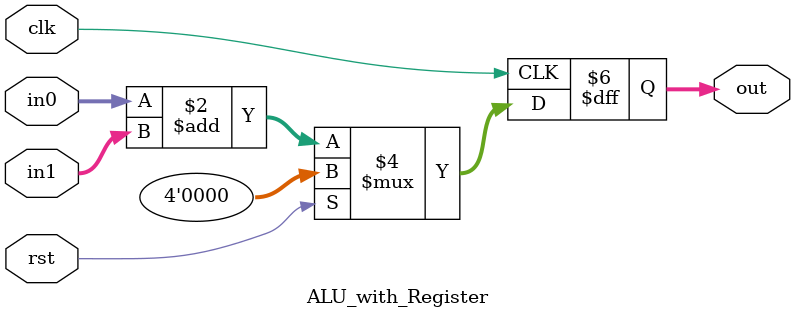
<source format=v>
module ALU_with_Register #(parameter N=4, parameter OPCODE= 2'b00)
(input [N-1:0] in0,in1, input clk,rst, output reg[N-1:0] out);
    always @(posedge clk) begin
        if (rst)
            out <= 0;
        else begin
            case (OPCODE)
                2'b00:   out <= in0+in1; 
                2'b01:   out <= in0|in1; 
                2'b10:   out <= in0-in1;
                default: out <= in0^in1; 
            endcase
        end
    end
endmodule
</source>
